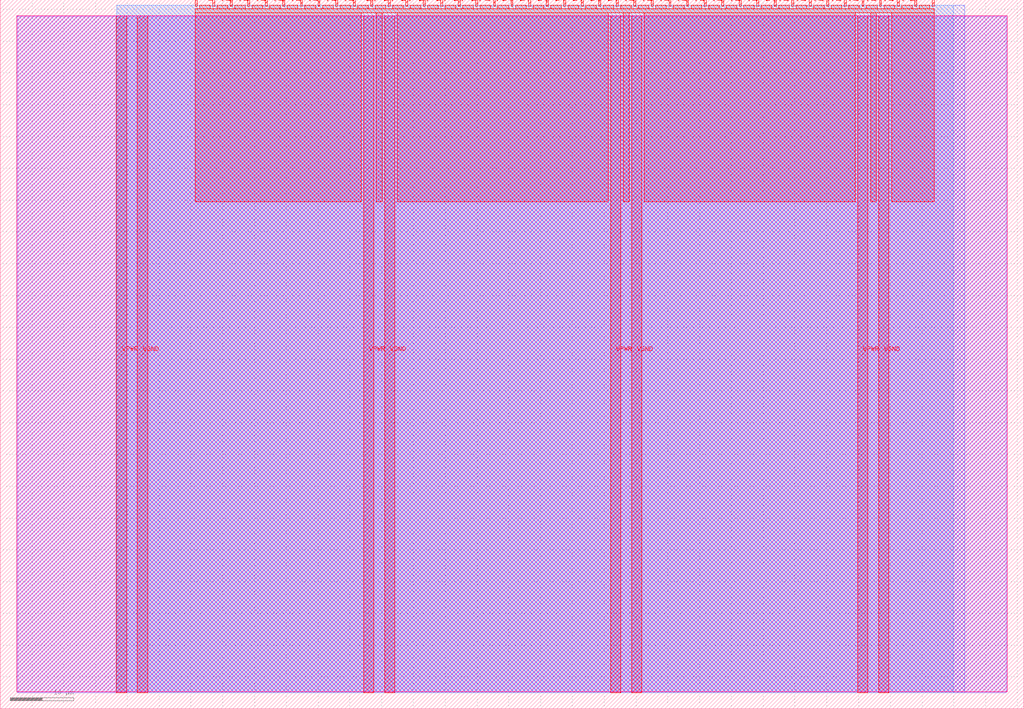
<source format=lef>
VERSION 5.7 ;
  NOWIREEXTENSIONATPIN ON ;
  DIVIDERCHAR "/" ;
  BUSBITCHARS "[]" ;
MACRO tt_um_lukasdragoste_vga_patterns
  CLASS BLOCK ;
  FOREIGN tt_um_lukasdragoste_vga_patterns ;
  ORIGIN 0.000 0.000 ;
  SIZE 161.000 BY 111.520 ;
  PIN VGND
    DIRECTION INOUT ;
    USE GROUND ;
    PORT
      LAYER met4 ;
        RECT 21.580 2.480 23.180 109.040 ;
    END
    PORT
      LAYER met4 ;
        RECT 60.450 2.480 62.050 109.040 ;
    END
    PORT
      LAYER met4 ;
        RECT 99.320 2.480 100.920 109.040 ;
    END
    PORT
      LAYER met4 ;
        RECT 138.190 2.480 139.790 109.040 ;
    END
  END VGND
  PIN VPWR
    DIRECTION INOUT ;
    USE POWER ;
    PORT
      LAYER met4 ;
        RECT 18.280 2.480 19.880 109.040 ;
    END
    PORT
      LAYER met4 ;
        RECT 57.150 2.480 58.750 109.040 ;
    END
    PORT
      LAYER met4 ;
        RECT 96.020 2.480 97.620 109.040 ;
    END
    PORT
      LAYER met4 ;
        RECT 134.890 2.480 136.490 109.040 ;
    END
  END VPWR
  PIN clk
    DIRECTION INPUT ;
    USE SIGNAL ;
    ANTENNAGATEAREA 0.852000 ;
    PORT
      LAYER met4 ;
        RECT 143.830 110.520 144.130 111.520 ;
    END
  END clk
  PIN ena
    DIRECTION INPUT ;
    USE SIGNAL ;
    ANTENNAGATEAREA 0.126000 ;
    PORT
      LAYER met4 ;
        RECT 146.590 110.520 146.890 111.520 ;
    END
  END ena
  PIN rst_n
    DIRECTION INPUT ;
    USE SIGNAL ;
    ANTENNAGATEAREA 0.196500 ;
    PORT
      LAYER met4 ;
        RECT 141.070 110.520 141.370 111.520 ;
    END
  END rst_n
  PIN ui_in[0]
    DIRECTION INPUT ;
    USE SIGNAL ;
    ANTENNAGATEAREA 0.213000 ;
    PORT
      LAYER met4 ;
        RECT 138.310 110.520 138.610 111.520 ;
    END
  END ui_in[0]
  PIN ui_in[1]
    DIRECTION INPUT ;
    USE SIGNAL ;
    ANTENNAGATEAREA 0.213000 ;
    PORT
      LAYER met4 ;
        RECT 135.550 110.520 135.850 111.520 ;
    END
  END ui_in[1]
  PIN ui_in[2]
    DIRECTION INPUT ;
    USE SIGNAL ;
    ANTENNAGATEAREA 0.213000 ;
    PORT
      LAYER met4 ;
        RECT 132.790 110.520 133.090 111.520 ;
    END
  END ui_in[2]
  PIN ui_in[3]
    DIRECTION INPUT ;
    USE SIGNAL ;
    PORT
      LAYER met4 ;
        RECT 130.030 110.520 130.330 111.520 ;
    END
  END ui_in[3]
  PIN ui_in[4]
    DIRECTION INPUT ;
    USE SIGNAL ;
    PORT
      LAYER met4 ;
        RECT 127.270 110.520 127.570 111.520 ;
    END
  END ui_in[4]
  PIN ui_in[5]
    DIRECTION INPUT ;
    USE SIGNAL ;
    ANTENNAGATEAREA 0.196500 ;
    PORT
      LAYER met4 ;
        RECT 124.510 110.520 124.810 111.520 ;
    END
  END ui_in[5]
  PIN ui_in[6]
    DIRECTION INPUT ;
    USE SIGNAL ;
    ANTENNAGATEAREA 0.196500 ;
    PORT
      LAYER met4 ;
        RECT 121.750 110.520 122.050 111.520 ;
    END
  END ui_in[6]
  PIN ui_in[7]
    DIRECTION INPUT ;
    USE SIGNAL ;
    ANTENNAGATEAREA 0.196500 ;
    PORT
      LAYER met4 ;
        RECT 118.990 110.520 119.290 111.520 ;
    END
  END ui_in[7]
  PIN uio_in[0]
    DIRECTION INPUT ;
    USE SIGNAL ;
    PORT
      LAYER met4 ;
        RECT 116.230 110.520 116.530 111.520 ;
    END
  END uio_in[0]
  PIN uio_in[1]
    DIRECTION INPUT ;
    USE SIGNAL ;
    PORT
      LAYER met4 ;
        RECT 113.470 110.520 113.770 111.520 ;
    END
  END uio_in[1]
  PIN uio_in[2]
    DIRECTION INPUT ;
    USE SIGNAL ;
    PORT
      LAYER met4 ;
        RECT 110.710 110.520 111.010 111.520 ;
    END
  END uio_in[2]
  PIN uio_in[3]
    DIRECTION INPUT ;
    USE SIGNAL ;
    PORT
      LAYER met4 ;
        RECT 107.950 110.520 108.250 111.520 ;
    END
  END uio_in[3]
  PIN uio_in[4]
    DIRECTION INPUT ;
    USE SIGNAL ;
    PORT
      LAYER met4 ;
        RECT 105.190 110.520 105.490 111.520 ;
    END
  END uio_in[4]
  PIN uio_in[5]
    DIRECTION INPUT ;
    USE SIGNAL ;
    PORT
      LAYER met4 ;
        RECT 102.430 110.520 102.730 111.520 ;
    END
  END uio_in[5]
  PIN uio_in[6]
    DIRECTION INPUT ;
    USE SIGNAL ;
    PORT
      LAYER met4 ;
        RECT 99.670 110.520 99.970 111.520 ;
    END
  END uio_in[6]
  PIN uio_in[7]
    DIRECTION INPUT ;
    USE SIGNAL ;
    PORT
      LAYER met4 ;
        RECT 96.910 110.520 97.210 111.520 ;
    END
  END uio_in[7]
  PIN uio_oe[0]
    DIRECTION OUTPUT ;
    USE SIGNAL ;
    PORT
      LAYER met4 ;
        RECT 49.990 110.520 50.290 111.520 ;
    END
  END uio_oe[0]
  PIN uio_oe[1]
    DIRECTION OUTPUT ;
    USE SIGNAL ;
    PORT
      LAYER met4 ;
        RECT 47.230 110.520 47.530 111.520 ;
    END
  END uio_oe[1]
  PIN uio_oe[2]
    DIRECTION OUTPUT ;
    USE SIGNAL ;
    PORT
      LAYER met4 ;
        RECT 44.470 110.520 44.770 111.520 ;
    END
  END uio_oe[2]
  PIN uio_oe[3]
    DIRECTION OUTPUT ;
    USE SIGNAL ;
    PORT
      LAYER met4 ;
        RECT 41.710 110.520 42.010 111.520 ;
    END
  END uio_oe[3]
  PIN uio_oe[4]
    DIRECTION OUTPUT ;
    USE SIGNAL ;
    PORT
      LAYER met4 ;
        RECT 38.950 110.520 39.250 111.520 ;
    END
  END uio_oe[4]
  PIN uio_oe[5]
    DIRECTION OUTPUT ;
    USE SIGNAL ;
    PORT
      LAYER met4 ;
        RECT 36.190 110.520 36.490 111.520 ;
    END
  END uio_oe[5]
  PIN uio_oe[6]
    DIRECTION OUTPUT ;
    USE SIGNAL ;
    PORT
      LAYER met4 ;
        RECT 33.430 110.520 33.730 111.520 ;
    END
  END uio_oe[6]
  PIN uio_oe[7]
    DIRECTION OUTPUT ;
    USE SIGNAL ;
    PORT
      LAYER met4 ;
        RECT 30.670 110.520 30.970 111.520 ;
    END
  END uio_oe[7]
  PIN uio_out[0]
    DIRECTION OUTPUT ;
    USE SIGNAL ;
    PORT
      LAYER met4 ;
        RECT 72.070 110.520 72.370 111.520 ;
    END
  END uio_out[0]
  PIN uio_out[1]
    DIRECTION OUTPUT ;
    USE SIGNAL ;
    PORT
      LAYER met4 ;
        RECT 69.310 110.520 69.610 111.520 ;
    END
  END uio_out[1]
  PIN uio_out[2]
    DIRECTION OUTPUT ;
    USE SIGNAL ;
    PORT
      LAYER met4 ;
        RECT 66.550 110.520 66.850 111.520 ;
    END
  END uio_out[2]
  PIN uio_out[3]
    DIRECTION OUTPUT ;
    USE SIGNAL ;
    PORT
      LAYER met4 ;
        RECT 63.790 110.520 64.090 111.520 ;
    END
  END uio_out[3]
  PIN uio_out[4]
    DIRECTION OUTPUT ;
    USE SIGNAL ;
    PORT
      LAYER met4 ;
        RECT 61.030 110.520 61.330 111.520 ;
    END
  END uio_out[4]
  PIN uio_out[5]
    DIRECTION OUTPUT ;
    USE SIGNAL ;
    PORT
      LAYER met4 ;
        RECT 58.270 110.520 58.570 111.520 ;
    END
  END uio_out[5]
  PIN uio_out[6]
    DIRECTION OUTPUT ;
    USE SIGNAL ;
    PORT
      LAYER met4 ;
        RECT 55.510 110.520 55.810 111.520 ;
    END
  END uio_out[6]
  PIN uio_out[7]
    DIRECTION OUTPUT ;
    USE SIGNAL ;
    PORT
      LAYER met4 ;
        RECT 52.750 110.520 53.050 111.520 ;
    END
  END uio_out[7]
  PIN uo_out[0]
    DIRECTION OUTPUT ;
    USE SIGNAL ;
    ANTENNADIFFAREA 0.462000 ;
    PORT
      LAYER met4 ;
        RECT 94.150 110.520 94.450 111.520 ;
    END
  END uo_out[0]
  PIN uo_out[1]
    DIRECTION OUTPUT ;
    USE SIGNAL ;
    ANTENNADIFFAREA 1.288000 ;
    PORT
      LAYER met4 ;
        RECT 91.390 110.520 91.690 111.520 ;
    END
  END uo_out[1]
  PIN uo_out[2]
    DIRECTION OUTPUT ;
    USE SIGNAL ;
    ANTENNADIFFAREA 0.911000 ;
    PORT
      LAYER met4 ;
        RECT 88.630 110.520 88.930 111.520 ;
    END
  END uo_out[2]
  PIN uo_out[3]
    DIRECTION OUTPUT ;
    USE SIGNAL ;
    ANTENNADIFFAREA 0.445500 ;
    PORT
      LAYER met4 ;
        RECT 85.870 110.520 86.170 111.520 ;
    END
  END uo_out[3]
  PIN uo_out[4]
    DIRECTION OUTPUT ;
    USE SIGNAL ;
    ANTENNADIFFAREA 1.242000 ;
    PORT
      LAYER met4 ;
        RECT 83.110 110.520 83.410 111.520 ;
    END
  END uo_out[4]
  PIN uo_out[5]
    DIRECTION OUTPUT ;
    USE SIGNAL ;
    ANTENNADIFFAREA 0.453750 ;
    PORT
      LAYER met4 ;
        RECT 80.350 110.520 80.650 111.520 ;
    END
  END uo_out[5]
  PIN uo_out[6]
    DIRECTION OUTPUT ;
    USE SIGNAL ;
    ANTENNADIFFAREA 1.288000 ;
    PORT
      LAYER met4 ;
        RECT 77.590 110.520 77.890 111.520 ;
    END
  END uo_out[6]
  PIN uo_out[7]
    DIRECTION OUTPUT ;
    USE SIGNAL ;
    ANTENNADIFFAREA 0.445500 ;
    PORT
      LAYER met4 ;
        RECT 74.830 110.520 75.130 111.520 ;
    END
  END uo_out[7]
  OBS
      LAYER nwell ;
        RECT 2.570 2.635 158.430 108.990 ;
      LAYER li1 ;
        RECT 2.760 2.635 158.240 108.885 ;
      LAYER met1 ;
        RECT 2.760 2.480 158.240 109.040 ;
      LAYER met2 ;
        RECT 18.310 2.535 151.700 110.685 ;
      LAYER met3 ;
        RECT 18.290 2.555 149.895 110.665 ;
      LAYER met4 ;
        RECT 31.370 110.120 33.030 110.665 ;
        RECT 34.130 110.120 35.790 110.665 ;
        RECT 36.890 110.120 38.550 110.665 ;
        RECT 39.650 110.120 41.310 110.665 ;
        RECT 42.410 110.120 44.070 110.665 ;
        RECT 45.170 110.120 46.830 110.665 ;
        RECT 47.930 110.120 49.590 110.665 ;
        RECT 50.690 110.120 52.350 110.665 ;
        RECT 53.450 110.120 55.110 110.665 ;
        RECT 56.210 110.120 57.870 110.665 ;
        RECT 58.970 110.120 60.630 110.665 ;
        RECT 61.730 110.120 63.390 110.665 ;
        RECT 64.490 110.120 66.150 110.665 ;
        RECT 67.250 110.120 68.910 110.665 ;
        RECT 70.010 110.120 71.670 110.665 ;
        RECT 72.770 110.120 74.430 110.665 ;
        RECT 75.530 110.120 77.190 110.665 ;
        RECT 78.290 110.120 79.950 110.665 ;
        RECT 81.050 110.120 82.710 110.665 ;
        RECT 83.810 110.120 85.470 110.665 ;
        RECT 86.570 110.120 88.230 110.665 ;
        RECT 89.330 110.120 90.990 110.665 ;
        RECT 92.090 110.120 93.750 110.665 ;
        RECT 94.850 110.120 96.510 110.665 ;
        RECT 97.610 110.120 99.270 110.665 ;
        RECT 100.370 110.120 102.030 110.665 ;
        RECT 103.130 110.120 104.790 110.665 ;
        RECT 105.890 110.120 107.550 110.665 ;
        RECT 108.650 110.120 110.310 110.665 ;
        RECT 111.410 110.120 113.070 110.665 ;
        RECT 114.170 110.120 115.830 110.665 ;
        RECT 116.930 110.120 118.590 110.665 ;
        RECT 119.690 110.120 121.350 110.665 ;
        RECT 122.450 110.120 124.110 110.665 ;
        RECT 125.210 110.120 126.870 110.665 ;
        RECT 127.970 110.120 129.630 110.665 ;
        RECT 130.730 110.120 132.390 110.665 ;
        RECT 133.490 110.120 135.150 110.665 ;
        RECT 136.250 110.120 137.910 110.665 ;
        RECT 139.010 110.120 140.670 110.665 ;
        RECT 141.770 110.120 143.430 110.665 ;
        RECT 144.530 110.120 146.190 110.665 ;
        RECT 30.655 109.440 146.905 110.120 ;
        RECT 30.655 79.735 56.750 109.440 ;
        RECT 59.150 79.735 60.050 109.440 ;
        RECT 62.450 79.735 95.620 109.440 ;
        RECT 98.020 79.735 98.920 109.440 ;
        RECT 101.320 79.735 134.490 109.440 ;
        RECT 136.890 79.735 137.790 109.440 ;
        RECT 140.190 79.735 146.905 109.440 ;
  END
END tt_um_lukasdragoste_vga_patterns
END LIBRARY


</source>
